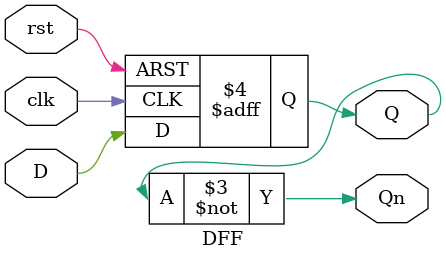
<source format=v>
module DFF
(
	D,
	clk,
	rst,
	Q,
	Qn
);

	input D, clk, rst;
	output reg Q;
	output Qn;

	always @(posedge clk, negedge rst)
	begin
		if(~rst)
			Q <= 1'b0;
		else
			Q <= D;	
	end
	assign Qn = ~Q;

endmodule

</source>
